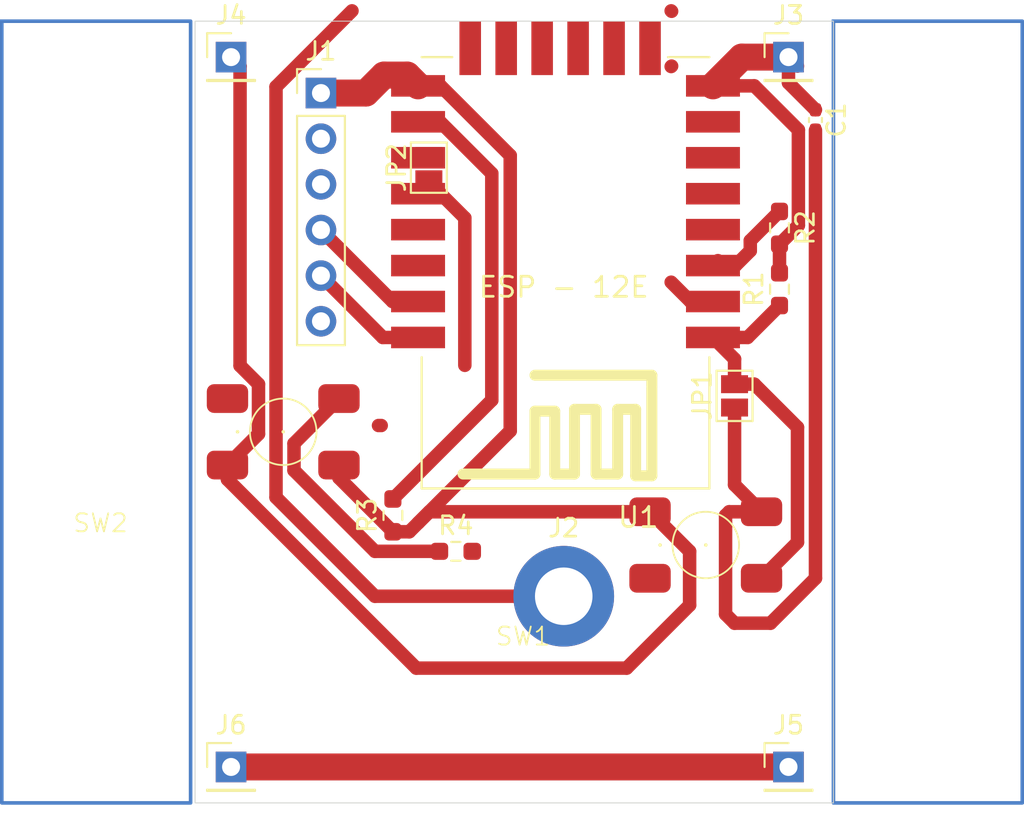
<source format=kicad_pcb>
(kicad_pcb (version 20240108) (generator "pcbnew") (generator_version "8.0")
  (layers (0 "F.Cu" signal) (31 "B.Cu" signal) (34 "B.Paste" user) (35 "F.Paste" user) (36 "B.SilkS" user "B.Silkscreen") (37 "F.SilkS" user "F.Silkscreen") (38 "B.Mask" user) (39 "F.Mask" user) (44 "Edge.Cuts" user))
  (net 0 "")
  (net 1 "Net-(J2-Pin_1)")
  (net 2 "Net-(R2-Pad1)")
  (net 7 "Net-(J1-Pin_5)")
  (net 8 "Net-(J1-Pin_4)")
  (net 12 "Net-(R3-Pad2)")
  (net 22 "Net-(J5-Pin_1)")
  (net 23 "Net-(JP2-A)")
  (net 24 "Net-(JP1-B)")
  (net 25 "/3V")
  (net 26 "/GND")
  (footprint "Connector_PinHeader_2.54mm:PinHeader_1x01_P2.54mm_Vertical" (layer "F.Cu") (at 112.5 109.5)
    (property "Reference" "J5" (at 0 -2.33 0) (layer "F.SilkS"))
    (property "Value" "B2-")
    (fp_line (start -1.33 -1.33) (end 0 -1.33) (stroke (width 0.12)) (layer "F.SilkS"))
    (fp_line (start -1.33 0) (end -1.33 -1.33) (stroke (width 0.12)) (layer "F.SilkS"))
    (fp_line (start -1.33 1.27) (end -1.33 1.33) (stroke (width 0.12)) (layer "F.SilkS"))
    (fp_line (start -1.33 1.27) (end 1.33 1.27) (stroke (width 0.12)) (layer "F.SilkS"))
    (fp_line (start -1.33 1.33) (end 1.33 1.33) (stroke (width 0.12)) (layer "F.SilkS"))
    (fp_line (start 1.33 1.27) (end 1.33 1.33) (stroke (width 0.12)) (layer "F.SilkS"))
    (pad "1" thru_hole rect (at 0 0) (size 1.7 1.7) (drill 1) (layers "*.Cu" "*.Mask") (net 22 "Net-(J5-Pin_1)"))
  )
  (footprint "Connector_PinHeader_2.54mm:PinHeader_1x01_P2.54mm_Vertical" (layer "F.Cu") (at 112.5 70)
    (property "Reference" "J3" (at 0 -2.33 0) (layer "F.SilkS"))
    (property "Value" "B2+")
    (fp_line (start -1.33 -1.33) (end 0 -1.33) (stroke (width 0.12)) (layer "F.SilkS"))
    (fp_line (start -1.33 0) (end -1.33 -1.33) (stroke (width 0.12)) (layer "F.SilkS"))
    (fp_line (start -1.33 1.27) (end -1.33 1.33) (stroke (width 0.12)) (layer "F.SilkS"))
    (fp_line (start -1.33 1.27) (end 1.33 1.27) (stroke (width 0.12)) (layer "F.SilkS"))
    (fp_line (start -1.33 1.33) (end 1.33 1.33) (stroke (width 0.12)) (layer "F.SilkS"))
    (fp_line (start 1.33 1.27) (end 1.33 1.33) (stroke (width 0.12)) (layer "F.SilkS"))
    (pad "1" thru_hole rect (at 0 0) (size 1.7 1.7) (drill 1) (layers "*.Cu" "*.Mask") (net 25 "/3V"))
  )
  (footprint "Jumper:SolderJumper-2_P1.3mm_Open_Pad1.0x1.5mm" (layer "F.Cu") (at 109.5 88.85 90)
    (property "Reference" "JP1" (at 0 -1.8 -90) (layer "F.SilkS"))
    (property "Value" "RST")
    (fp_line (start 1.4 -1) (end 1.4 1) (stroke (width 0.12)) (layer "F.SilkS"))
    (fp_line (start -1.4 -1) (end 1.4 -1) (stroke (width 0.12)) (layer "F.SilkS"))
    (fp_line (start 1.4 1) (end -1.4 1) (stroke (width 0.12)) (layer "F.SilkS"))
    (fp_line (start -1.4 1) (end -1.4 -1) (stroke (width 0.12)) (layer "F.SilkS"))
    (pad "1" smd rect (at -0.65 0 90) (size 1 1.5) (layers "F.Cu" "F.Mask") (net 26 "/GND"))
    (pad "2" smd rect (at 0.65 0 90) (size 1 1.5) (layers "F.Cu" "F.Mask") (net 24 "Net-(JP1-B)"))
  )
  (footprint "Resistor_SMD:R_0603_1608Metric_Pad0.98x0.95mm_HandSolder" (layer "F.Cu") (at 112 82.9125 90)
    (property "Reference" "R1" (at 0 -1.43 -90) (layer "F.SilkS"))
    (property "Value" "10K")
    (fp_line (start -0.254724 -0.5225) (end 0.254724 -0.5225) (stroke (width 0.12)) (layer "F.SilkS"))
    (fp_line (start -0.254724 0.5225) (end 0.254724 0.5225) (stroke (width 0.12)) (layer "F.SilkS"))
    (pad "1" smd roundrect (at -0.9125 0 90) (size 0.975 0.95) (layers "F.Cu" "F.Paste" "F.Mask") (net 24 "Net-(JP1-B)"))
    (pad "2" smd roundrect (at 0.9125 0 90) (size 0.975 0.95) (layers "F.Cu" "F.Paste" "F.Mask") (net 25 "/3V"))
  )
  (footprint "Resistor_SMD:R_0603_1608Metric_Pad0.98x0.95mm_HandSolder" (layer "F.Cu") (at 94 97.5)
    (property "Reference" "R4" (at 0 -1.43 0) (layer "F.SilkS"))
    (property "Value" "10K")
    (fp_line (start -0.254724 -0.5225) (end 0.254724 -0.5225) (stroke (width 0.12)) (layer "F.SilkS"))
    (fp_line (start -0.254724 0.5225) (end 0.254724 0.5225) (stroke (width 0.12)) (layer "F.SilkS"))
    (pad "1" smd roundrect (at -0.9125 0) (size 0.975 0.95) (layers "F.Cu" "F.Paste" "F.Mask") (net 23 "Net-(JP2-A)"))
    (pad "2" smd roundrect (at 0.9125 0) (size 0.975 0.95) (layers "F.Cu" "F.Paste" "F.Mask") (net 25 "/3V"))
  )
  (footprint "ESP12E:ESP12E-SMD" (layer "F.Cu") (at 100 79.8 180)
    (property "Reference" "U1" (at -4.144 -15.8112 180) (layer "F.SilkS") (effects (font (size 1.12 1.12))))
    (property "Value" "ESP12E")
    (fp_line (start 7.9 9.8) (end 6.2 9.8) (stroke (width 0.127)) (layer "F.SilkS"))
    (fp_line (start 7.9 -14.2) (end 7.9 -6.9) (stroke (width 0.127)) (layer "F.SilkS"))
    (fp_line (start 1.6 -9.9) (end 1.6 -13.4) (stroke (width 0.6096)) (layer "F.SilkS"))
    (fp_line (start 1.6 -13.4) (end 5.6 -13.4) (stroke (width 0.6096)) (layer "F.SilkS"))
    (fp_line (start 0.5 -9.9) (end 1.6 -9.9) (stroke (width 0.6096)) (layer "F.SilkS"))
    (fp_line (start 0.5 -13.4) (end 0.5 -9.9) (stroke (width 0.6096)) (layer "F.SilkS"))
    (fp_line (start -0.6 -9.8) (end -0.6 -13.4) (stroke (width 0.6096)) (layer "F.SilkS"))
    (fp_line (start -0.6 -13.4) (end 0.5 -13.4) (stroke (width 0.6096)) (layer "F.SilkS"))
    (fp_line (start -1.8 -9.8) (end -0.6 -9.8) (stroke (width 0.6096)) (layer "F.SilkS"))
    (fp_line (start -1.8 -13.4) (end -1.8 -9.8) (stroke (width 0.6096)) (layer "F.SilkS"))
    (fp_line (start -3 -9.8) (end -3 -13.4) (stroke (width 0.6096)) (layer "F.SilkS"))
    (fp_line (start -3 -13.4) (end -1.8 -13.4) (stroke (width 0.6096)) (layer "F.SilkS"))
    (fp_line (start -4 -9.8) (end -3 -9.8) (stroke (width 0.6096)) (layer "F.SilkS"))
    (fp_line (start -4 -13.5) (end -4 -9.8) (stroke (width 0.6096)) (layer "F.SilkS"))
    (fp_line (start -4.9 -7.9) (end 1.6 -7.9) (stroke (width 0.6096)) (layer "F.SilkS"))
    (fp_line (start -4.9 -8.5) (end -4.9 -7.9) (stroke (width 0.6096)) (layer "F.SilkS"))
    (fp_line (start -4.9 -8.6) (end -4.9 -13.5) (stroke (width 0.6096)) (layer "F.SilkS"))
    (fp_line (start -4.9 -13.5) (end -4 -13.5) (stroke (width 0.6096)) (layer "F.SilkS"))
    (fp_line (start -5.8 9.8) (end -8.1 9.8) (stroke (width 0.127)) (layer "F.SilkS"))
    (fp_line (start -8.1 -6.9) (end -8.1 -14.2) (stroke (width 0.127)) (layer "F.SilkS"))
    (fp_line (start -8.1 -14.2) (end 7.9 -14.2) (stroke (width 0.127)) (layer "F.SilkS"))
    (fp_text user "ESP - 12E" (at 0 -3 180) (layer "F.SilkS") (effects (font (size 1.12 1.12))))
    (pad "ADC" smd rect (at -8.3 -3.8 180) (size 3 1.2) (layers "F.Cu" "F.Paste" "F.Mask") (net 1 "Net-(J2-Pin_1)"))
    (pad "CH_PD" smd rect (at -8.3 -1.8 180) (size 3 1.2) (layers "F.Cu" "F.Paste" "F.Mask") (net 2 "Net-(R2-Pad1)"))
    (pad "CS0" smd rect (at -4.8 10.3 270) (size 3 1.2) (layers "F.Cu" "F.Paste" "F.Mask"))
    (pad "GND" smd rect (at 8.1 8.2 180) (size 3 1.2) (layers "F.Cu" "F.Paste" "F.Mask") (net 26 "/GND"))
    (pad "GPIO0" smd rect (at 8.1 2.2 180) (size 3 1.2) (layers "F.Cu" "F.Paste" "F.Mask") (net 23 "Net-(JP2-A)"))
    (pad "GPIO2" smd rect (at 8.1 4.2 180) (size 3 1.2) (layers "F.Cu" "F.Paste" "F.Mask"))
    (pad "GPIO4" smd rect (at 8.1 0.2 180) (size 3 1.2) (layers "F.Cu" "F.Paste" "F.Mask"))
    (pad "GPIO5" smd rect (at 8.1 -1.8 180) (size 3 1.2) (layers "F.Cu" "F.Paste" "F.Mask"))
    (pad "GPIO9" smd rect (at -0.8 10.3 270) (size 3 1.2) (layers "F.Cu" "F.Paste" "F.Mask"))
    (pad "GPIO10" smd rect (at 1.2 10.3 270) (size 3 1.2) (layers "F.Cu" "F.Paste" "F.Mask"))
    (pad "GPIO12" smd rect (at -8.3 4.2 180) (size 3 1.2) (layers "F.Cu" "F.Paste" "F.Mask"))
    (pad "GPIO13" smd rect (at -8.3 6.2 180) (size 3 1.2) (layers "F.Cu" "F.Paste" "F.Mask"))
    (pad "GPIO14" smd rect (at -8.3 2.2 180) (size 3 1.2) (layers "F.Cu" "F.Paste" "F.Mask"))
    (pad "GPIO15" smd rect (at 8.1 6.2 180) (size 3 1.2) (layers "F.Cu" "F.Paste" "F.Mask") (net 12 "Net-(R3-Pad2)"))
    (pad "GPIO16" smd rect (at -8.3 0.2 180) (size 3 1.2) (layers "F.Cu" "F.Paste" "F.Mask"))
    (pad "MISO" smd rect (at -2.8 10.3 270) (size 3 1.2) (layers "F.Cu" "F.Paste" "F.Mask"))
    (pad "MOSI" smd rect (at 3.2 10.3 270) (size 3 1.2) (layers "F.Cu" "F.Paste" "F.Mask"))
    (pad "RESET" smd rect (at -8.3 -5.8 180) (size 3 1.2) (layers "F.Cu" "F.Paste" "F.Mask") (net 24 "Net-(JP1-B)"))
    (pad "RXD0" smd rect (at 8.1 -3.8 180) (size 3 1.2) (layers "F.Cu" "F.Paste" "F.Mask") (net 8 "Net-(J1-Pin_4)"))
    (pad "SCLK" smd rect (at 5.2 10.3 270) (size 3 1.2) (layers "F.Cu" "F.Paste" "F.Mask"))
    (pad "TXD0" smd rect (at 8.1 -5.8 180) (size 3 1.2) (layers "F.Cu" "F.Paste" "F.Mask") (net 7 "Net-(J1-Pin_5)"))
    (pad "VCC" smd rect (at -8.3 8.2 180) (size 3 1.2) (layers "F.Cu" "F.Paste" "F.Mask") (net 25 "/3V"))
  )
  (footprint "Aliexpress:5mmButton" (layer "F.Cu") (at 84.4 90.85)
    (property "Reference" "SW2" (at -10.16 5.08 0) (layer "F.SilkS") (effects (font (thickness 0.1))))
    (property "Value" "BOOT")
    (fp_circle (center -2.54 0) (end -2.54 0) (stroke (width 0.1)) (fill none) (layer "F.SilkS"))
    (fp_circle (center 0 0) (end 0 0) (stroke (width 0.1)) (fill none) (layer "F.SilkS"))
    (fp_circle (center 0 0) (end 1.85 0) (stroke (width 0.1)) (fill none) (layer "F.SilkS"))
    (pad "1" smd roundrect (at -3.1 -1.85) (size 2.3 1.6) (layers "F.Cu" "F.Paste" "F.Mask") (net 23 "Net-(JP2-A)"))
    (pad "1" smd roundrect (at 3.1 -1.85) (size 2.3 1.6) (layers "F.Cu" "F.Paste" "F.Mask") (net 23 "Net-(JP2-A)"))
    (pad "2" smd roundrect (at -3.1 1.85) (size 2.3 1.6) (layers "F.Cu" "F.Paste" "F.Mask") (net 26 "/GND"))
    (pad "2" smd roundrect (at 3.1 1.85) (size 2.3 1.6) (layers "F.Cu" "F.Paste" "F.Mask") (net 26 "/GND"))
  )
  (footprint "Aliexpress:5mmButton" (layer "F.Cu") (at 107.9 97.15)
    (property "Reference" "SW1" (at -10.16 5.08 0) (layer "F.SilkS") (effects (font (thickness 0.1))))
    (property "Value" "RST")
    (fp_circle (center -2.54 0) (end -2.54 0) (stroke (width 0.1)) (fill none) (layer "F.SilkS"))
    (fp_circle (center 0 0) (end 0 0) (stroke (width 0.1)) (fill none) (layer "F.SilkS"))
    (fp_circle (center 0 0) (end 1.85 0) (stroke (width 0.1)) (fill none) (layer "F.SilkS"))
    (pad "1" smd roundrect (at -3.1 -1.85) (size 2.3 1.6) (layers "F.Cu" "F.Paste" "F.Mask") (net 26 "/GND"))
    (pad "1" smd roundrect (at 3.1 -1.85) (size 2.3 1.6) (layers "F.Cu" "F.Paste" "F.Mask") (net 26 "/GND"))
    (pad "2" smd roundrect (at -3.1 1.85) (size 2.3 1.6) (layers "F.Cu" "F.Paste" "F.Mask") (net 24 "Net-(JP1-B)"))
    (pad "2" smd roundrect (at 3.1 1.85) (size 2.3 1.6) (layers "F.Cu" "F.Paste" "F.Mask") (net 24 "Net-(JP1-B)"))
  )
  (footprint "Connector_PinHeader_2.54mm:PinHeader_1x01_P2.54mm_Vertical" (layer "F.Cu") (at 81.5 70)
    (property "Reference" "J4" (at 0 -2.33 0) (layer "F.SilkS"))
    (property "Value" "B1-")
    (fp_line (start -1.33 -1.33) (end 0 -1.33) (stroke (width 0.12)) (layer "F.SilkS"))
    (fp_line (start -1.33 0) (end -1.33 -1.33) (stroke (width 0.12)) (layer "F.SilkS"))
    (fp_line (start -1.33 1.27) (end -1.33 1.33) (stroke (width 0.12)) (layer "F.SilkS"))
    (fp_line (start -1.33 1.27) (end 1.33 1.27) (stroke (width 0.12)) (layer "F.SilkS"))
    (fp_line (start -1.33 1.33) (end 1.33 1.33) (stroke (width 0.12)) (layer "F.SilkS"))
    (fp_line (start 1.33 1.27) (end 1.33 1.33) (stroke (width 0.12)) (layer "F.SilkS"))
    (pad "1" thru_hole rect (at 0 0) (size 1.7 1.7) (drill 1) (layers "*.Cu" "*.Mask") (net 26 "/GND"))
  )
  (footprint "Resistor_SMD:R_0603_1608Metric_Pad0.98x0.95mm_HandSolder" (layer "F.Cu") (at 112 79.5 -90)
    (property "Reference" "R2" (at 0 -1.43 90) (layer "F.SilkS"))
    (property "Value" "10K")
    (fp_line (start -0.254724 0.5225) (end 0.254724 0.5225) (stroke (width 0.12)) (layer "F.SilkS"))
    (fp_line (start -0.254724 -0.5225) (end 0.254724 -0.5225) (stroke (width 0.12)) (layer "F.SilkS"))
    (pad "1" smd roundrect (at -0.9125 0 270) (size 0.975 0.95) (layers "F.Cu" "F.Paste" "F.Mask") (net 2 "Net-(R2-Pad1)"))
    (pad "2" smd roundrect (at 0.9125 0 270) (size 0.975 0.95) (layers "F.Cu" "F.Paste" "F.Mask") (net 25 "/3V"))
  )
  (footprint "Capacitor_SMD:C_0402_1005Metric_Pad0.74x0.62mm_HandSolder" (layer "F.Cu") (at 114 73.5 -90)
    (property "Reference" "C1" (at 0 -1.16 90) (layer "F.SilkS"))
    (property "Value" "100uF")
    (fp_line (start -0.115835 0.36) (end 0.115835 0.36) (stroke (width 0.12)) (layer "F.SilkS"))
    (fp_line (start -0.115835 -0.36) (end 0.115835 -0.36) (stroke (width 0.12)) (layer "F.SilkS"))
    (pad "1" smd roundrect (at -0.5675 0 270) (size 0.735 0.62) (layers "F.Cu" "F.Paste" "F.Mask") (net 25 "/3V"))
    (pad "2" smd roundrect (at 0.5675 0 270) (size 0.735 0.62) (layers "F.Cu" "F.Paste" "F.Mask") (net 26 "/GND"))
  )
  (footprint "Connector_PinHeader_2.54mm:PinHeader_1x06_P2.54mm_Vertical" (layer "F.Cu") (at 86.5 72)
    (property "Reference" "J1" (at 0 -2.33 0) (layer "F.SilkS"))
    (property "Value" "Conn_01x06_Socket")
    (fp_line (start -1.33 -1.33) (end 0 -1.33) (stroke (width 0.12)) (layer "F.SilkS"))
    (fp_line (start -1.33 0) (end -1.33 -1.33) (stroke (width 0.12)) (layer "F.SilkS"))
    (fp_line (start -1.33 1.27) (end -1.33 14.03) (stroke (width 0.12)) (layer "F.SilkS"))
    (fp_line (start -1.33 1.27) (end 1.33 1.27) (stroke (width 0.12)) (layer "F.SilkS"))
    (fp_line (start -1.33 14.03) (end 1.33 14.03) (stroke (width 0.12)) (layer "F.SilkS"))
    (fp_line (start 1.33 1.27) (end 1.33 14.03) (stroke (width 0.12)) (layer "F.SilkS"))
    (pad "1" thru_hole rect (at 0 0) (size 1.7 1.7) (drill 1) (layers "*.Cu" "*.Mask") (net 26 "/GND"))
    (pad "2" thru_hole oval (at 0 2.54) (size 1.7 1.7) (drill 1) (layers "*.Cu" "*.Mask"))
    (pad "3" thru_hole oval (at 0 5.08) (size 1.7 1.7) (drill 1) (layers "*.Cu" "*.Mask"))
    (pad "4" thru_hole oval (at 0 7.62) (size 1.7 1.7) (drill 1) (layers "*.Cu" "*.Mask") (net 8 "Net-(J1-Pin_4)"))
    (pad "5" thru_hole oval (at 0 10.16) (size 1.7 1.7) (drill 1) (layers "*.Cu" "*.Mask") (net 7 "Net-(J1-Pin_5)"))
    (pad "6" thru_hole oval (at 0 12.7) (size 1.7 1.7) (drill 1) (layers "*.Cu" "*.Mask"))
  )
  (footprint "Connector_PinHeader_2.54mm:PinHeader_1x01_P2.54mm_Vertical" (layer "F.Cu") (at 81.5 109.5)
    (property "Reference" "J6" (at 0 -2.33 0) (layer "F.SilkS"))
    (property "Value" "B1+")
    (fp_line (start -1.33 -1.33) (end 0 -1.33) (stroke (width 0.12)) (layer "F.SilkS"))
    (fp_line (start -1.33 0) (end -1.33 -1.33) (stroke (width 0.12)) (layer "F.SilkS"))
    (fp_line (start -1.33 1.27) (end -1.33 1.33) (stroke (width 0.12)) (layer "F.SilkS"))
    (fp_line (start -1.33 1.27) (end 1.33 1.27) (stroke (width 0.12)) (layer "F.SilkS"))
    (fp_line (start -1.33 1.33) (end 1.33 1.33) (stroke (width 0.12)) (layer "F.SilkS"))
    (fp_line (start 1.33 1.27) (end 1.33 1.33) (stroke (width 0.12)) (layer "F.SilkS"))
    (pad "1" thru_hole rect (at 0 0) (size 1.7 1.7) (drill 1) (layers "*.Cu" "*.Mask") (net 22 "Net-(J5-Pin_1)"))
  )
  (footprint "MountingHole:MountingHole_3.2mm_M3_DIN965_Pad" (layer "F.Cu") (at 100 100)
    (property "Reference" "J2" (at 0 -3.8 0) (layer "F.SilkS"))
    (property "Value" "Conn_01x01_Pin")
    (pad "1" thru_hole circle (at 0 0) (size 5.6 5.6) (drill 3.2) (layers "*.Cu" "*.Mask") (net 1 "Net-(J2-Pin_1)"))
  )
  (footprint "Resistor_SMD:R_0603_1608Metric_Pad0.98x0.95mm_HandSolder" (layer "F.Cu") (at 90.5 95.5 90)
    (property "Reference" "R3" (at 0 -1.43 -90) (layer "F.SilkS"))
    (property "Value" "10K")
    (fp_line (start -0.254724 -0.5225) (end 0.254724 -0.5225) (stroke (width 0.12)) (layer "F.SilkS"))
    (fp_line (start -0.254724 0.5225) (end 0.254724 0.5225) (stroke (width 0.12)) (layer "F.SilkS"))
    (pad "1" smd roundrect (at -0.9125 0 90) (size 0.975 0.95) (layers "F.Cu" "F.Paste" "F.Mask") (net 26 "/GND"))
    (pad "2" smd roundrect (at 0.9125 0 90) (size 0.975 0.95) (layers "F.Cu" "F.Paste" "F.Mask") (net 12 "Net-(R3-Pad2)"))
  )
  (footprint "Jumper:SolderJumper-2_P1.3mm_Open_Pad1.0x1.5mm" (layer "F.Cu") (at 92.5 76.15 90)
    (property "Reference" "JP2" (at 0 -1.8 270) (layer "F.SilkS"))
    (property "Value" "BOOT")
    (fp_line (start 1.4 -1) (end 1.4 1) (stroke (width 0.12)) (layer "F.SilkS"))
    (fp_line (start -1.4 -1) (end 1.4 -1) (stroke (width 0.12)) (layer "F.SilkS"))
    (fp_line (start 1.4 1) (end -1.4 1) (stroke (width 0.12)) (layer "F.SilkS"))
    (fp_line (start -1.4 1) (end -1.4 -1) (stroke (width 0.12)) (layer "F.SilkS"))
    (pad "1" smd rect (at -0.65 0 90) (size 1 1.5) (layers "F.Cu" "F.Mask") (net 23 "Net-(JP2-A)"))
    (pad "2" smd rect (at 0.65 0 90) (size 1 1.5) (layers "F.Cu" "F.Mask") (net 26 "/GND"))
  )
  (gr_rect (start 115 68) (end 125.5 111.5) (stroke (width 0.2)) (fill none) (layer "B.Cu") (net 1))
  (gr_rect (start 68.75 68) (end 79.25 111.5) (stroke (width 0.2)) (fill none) (layer "B.Cu") (net 22))
  (gr_rect (start 79.5 68) (end 115 111.5) (stroke (width 0.05)) (fill none) (layer "Edge.Cuts"))
  (segment (start 105.975 82.525) (end 107.05 83.6) (width 0.75) (layer "F.Cu") (net 1))
  (segment (start 89.5 100) (end 84 94.5) (width 0.75) (layer "F.Cu") (net 1))
  (segment (start 100 100) (end 89.5 100) (width 0.75) (layer "F.Cu") (net 1))
  (segment (start 84 71.65) (end 88.225 67.425) (width 0.75) (layer "F.Cu") (net 1))
  (segment (start 84 94.5) (end 84 71.65) (width 0.75) (layer "F.Cu") (net 1))
  (segment (start 105.975 67.425) (end 106 67.45) (width 0.75) (layer "F.Cu") (net 1))
  (segment (start 106 70.5) (end 105.975 70.525) (width 0.75) (layer "F.Cu") (net 1))
  (segment (start 107.05 83.6) (end 108.3 83.6) (width 0.75) (layer "F.Cu") (net 1))
  (segment (start 112 78.5875) (end 110.375 80.2125) (width 0.75) (layer "F.Cu") (net 2))
  (segment (start 110.375 80.775) (end 109.55 81.6) (width 0.75) (layer "F.Cu") (net 2))
  (segment (start 108.575 81.325) (end 108.3 81.6) (width 0.75) (layer "F.Cu") (net 2))
  (segment (start 109.55 81.6) (end 108.3 81.6) (width 0.75) (layer "F.Cu") (net 2))
  (segment (start 110.375 80.2125) (end 110.375 80.775) (width 0.75) (layer "F.Cu") (net 2))
  (segment (start 91.9 85.6) (end 89.94 85.6) (width 0.75) (layer "F.Cu") (net 7))
  (segment (start 89.94 85.6) (end 86.5 82.16) (width 0.75) (layer "F.Cu") (net 7))
  (segment (start 91.9 83.6) (end 90.48 83.6) (width 0.75) (layer "F.Cu") (net 8))
  (segment (start 90.48 83.6) (end 86.5 79.62) (width 0.75) (layer "F.Cu") (net 8))
  (segment (start 93.123832 73.6) (end 96 76.476168) (width 0.75) (layer "F.Cu") (net 12))
  (segment (start 91.9 73.6) (end 93.123832 73.6) (width 0.75) (layer "F.Cu") (net 12))
  (segment (start 96 89.0875) (end 90.5 94.5875) (width 0.75) (layer "F.Cu") (net 12))
  (segment (start 96 76.476168) (end 96 89.0875) (width 0.75) (layer "F.Cu") (net 12))
  (segment (start 81.5 109.5) (end 112.5 109.5) (width 1.5) (layer "F.Cu") (net 22))
  (segment (start 87.5 89) (end 85 91.5) (width 0.75) (layer "F.Cu") (net 23))
  (segment (start 85 91.5) (end 85 93) (width 0.75) (layer "F.Cu") (net 23))
  (segment (start 93.15 77.6) (end 91.9 77.6) (width 0.75) (layer "F.Cu") (net 23))
  (segment (start 85 93) (end 89.5 97.5) (width 0.75) (layer "F.Cu") (net 23))
  (segment (start 89.5 97.5) (end 93.0875 97.5) (width 0.75) (layer "F.Cu") (net 23))
  (segment (start 94.5 78.95) (end 93.15 77.6) (width 0.75) (layer "F.Cu") (net 23))
  (segment (start 94.5 87.15) (end 94.5 78.95) (width 0.75) (layer "F.Cu") (net 23))
  (segment (start 113 90.6) (end 113 97) (width 0.75) (layer "F.Cu") (net 24))
  (segment (start 109.5 86.8) (end 108.3 85.6) (width 0.75) (layer "F.Cu") (net 24))
  (segment (start 109.5 88.2) (end 110.6 88.2) (width 0.75) (layer "F.Cu") (net 24))
  (segment (start 113 97) (end 111 99) (width 0.75) (layer "F.Cu") (net 24))
  (segment (start 110.6 88.2) (end 113 90.6) (width 0.75) (layer "F.Cu") (net 24))
  (segment (start 110.225 85.6) (end 108.3 85.6) (width 0.75) (layer "F.Cu") (net 24))
  (segment (start 109.5 88.2) (end 109.5 86.8) (width 0.75) (layer "F.Cu") (net 24))
  (segment (start 112 83.825) (end 110.225 85.6) (width 0.75) (layer "F.Cu") (net 24))
  (segment (start 104.8 99) (end 104.8 98.8) (width 0.75) (layer "F.Cu") (net 24))
  (segment (start 112 80.4125) (end 112 82) (width 0.75) (layer "F.Cu") (net 25))
  (segment (start 113.05 74.05) (end 110.6 71.6) (width 0.75) (layer "F.Cu") (net 25))
  (segment (start 112 80.4125) (end 113.05 79.3625) (width 0.75) (layer "F.Cu") (net 25))
  (segment (start 109.9 70) (end 108.3 71.6) (width 1.5) (layer "F.Cu") (net 25))
  (segment (start 112.5 70) (end 112.5 71.4325) (width 0.75) (layer "F.Cu") (net 25))
  (segment (start 112.5 71.4325) (end 114 72.9325) (width 0.75) (layer "F.Cu") (net 25))
  (segment (start 110.6 71.6) (end 108.3 71.6) (width 0.75) (layer "F.Cu") (net 25))
  (segment (start 112.5 70) (end 109.9 70) (width 1.5) (layer "F.Cu") (net 25))
  (segment (start 113.05 79.3625) (end 113.05 74.05) (width 0.75) (layer "F.Cu") (net 25))
  (segment (start 113 70.5) (end 112.5 70) (width 0.75) (layer "F.Cu") (net 25))
  (segment (start 91.4125 96.4125) (end 91.9125 95.9125) (width 0.75) (layer "F.Cu") (net 26))
  (segment (start 91.9125 95.9125) (end 92.525 95.3) (width 0.75) (layer "F.Cu") (net 26))
  (segment (start 83.025 88.19614) (end 83.025 90.975) (width 0.75) (layer "F.Cu") (net 26))
  (segment (start 107 100.5) (end 107 97.5) (width 0.75) (layer "F.Cu") (net 26))
  (segment (start 86.5 72) (end 89 72) (width 1.5) (layer "F.Cu") (net 26))
  (segment (start 81.3 92.7) (end 81.3 93.499999) (width 0.75) (layer "F.Cu") (net 26))
  (segment (start 90 71) (end 91.3 71) (width 1.5) (layer "F.Cu") (net 26))
  (segment (start 90.5 96.4125) (end 91.4125 96.4125) (width 0.75) (layer "F.Cu") (net 26))
  (segment (start 109.5 101.5) (end 109 101) (width 0.75) (layer "F.Cu") (net 26))
  (segment (start 89 72) (end 90 71) (width 1.5) (layer "F.Cu") (net 26))
  (segment (start 111.5 101.5) (end 109.5 101.5) (width 0.75) (layer "F.Cu") (net 26))
  (segment (start 91.9 71.6) (end 93.15 71.6) (width 0.75) (layer "F.Cu") (net 26))
  (segment (start 97.025 75.475) (end 97.025 90.8) (width 0.75) (layer "F.Cu") (net 26))
  (segment (start 93.15 71.6) (end 97.025 75.475) (width 0.75) (layer "F.Cu") (net 26))
  (segment (start 81.3 93.499999) (end 91.800001 104) (width 0.75) (layer "F.Cu") (net 26))
  (segment (start 109 95.5) (end 109.2 95.3) (width 0.75) (layer "F.Cu") (net 26))
  (segment (start 103.5 104) (end 107 100.5) (width 0.75) (layer "F.Cu") (net 26))
  (segment (start 91.800001 104) (end 103.5 104) (width 0.75) (layer "F.Cu") (net 26))
  (segment (start 109.5 89.5) (end 109.5 93.8) (width 0.75) (layer "F.Cu") (net 26))
  (segment (start 109.2 95.3) (end 111 95.3) (width 0.75) (layer "F.Cu") (net 26))
  (segment (start 107 97.5) (end 104.8 95.3) (width 0.75) (layer "F.Cu") (net 26))
  (segment (start 87.5 92.7) (end 87.5 93.4125) (width 0.75) (layer "F.Cu") (net 26))
  (segment (start 97.025 90.8) (end 91.9125 95.9125) (width 0.75) (layer "F.Cu") (net 26))
  (segment (start 109.5 93.8) (end 111 95.3) (width 0.75) (layer "F.Cu") (net 26))
  (segment (start 82 87.17114) (end 83.025 88.19614) (width 0.75) (layer "F.Cu") (net 26))
  (segment (start 87.5 93.4125) (end 90.5 96.4125) (width 0.75) (layer "F.Cu") (net 26))
  (segment (start 91.3 71) (end 91.9 71.6) (width 1.5) (layer "F.Cu") (net 26))
  (segment (start 92.525 95.3) (end 104.8 95.3) (width 0.75) (layer "F.Cu") (net 26))
  (segment (start 109 101) (end 109 95.5) (width 0.75) (layer "F.Cu") (net 26))
  (segment (start 83.025 90.975) (end 81.3 92.7) (width 0.75) (layer "F.Cu") (net 26))
  (segment (start 89.85 90.5) (end 89.7 90.5) (width 0.75) (layer "F.Cu") (net 26))
  (segment (start 114 99) (end 111.5 101.5) (width 0.75) (layer "F.Cu") (net 26))
  (segment (start 114 74.0675) (end 114 99) (width 0.75) (layer "F.Cu") (net 26))
  (segment (start 82 70.5) (end 82 87.17114) (width 0.75) (layer "F.Cu") (net 26))
  (segment (start 81.5 70) (end 82 70.5) (width 0.75) (layer "F.Cu") (net 26))
)
</source>
